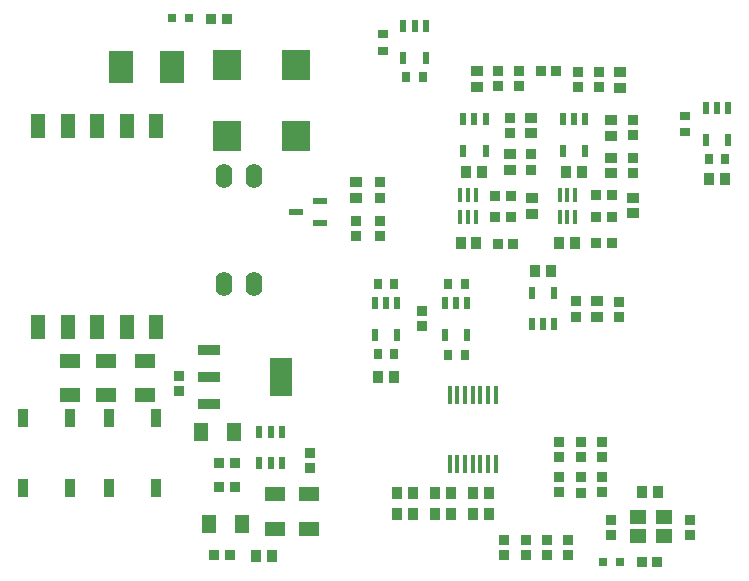
<source format=gtp>
G04*
G04 #@! TF.GenerationSoftware,Altium Limited,Altium Designer,20.1.8 (145)*
G04*
G04 Layer_Color=8421504*
%FSLAX44Y44*%
%MOMM*%
G71*
G04*
G04 #@! TF.SameCoordinates,D5C0B3DD-F8AF-49D1-A0DA-DDDA0C0BEC7C*
G04*
G04*
G04 #@! TF.FilePolarity,Positive*
G04*
G01*
G75*
%ADD20R,0.9500X0.8500*%
%ADD21R,0.8500X0.9500*%
%ADD22R,0.9000X1.0000*%
%ADD23R,0.8000X0.9000*%
%ADD24R,1.0000X0.9000*%
%ADD25R,0.6000X1.0000*%
%ADD26R,0.9000X0.8000*%
%ADD27R,0.5500X1.0000*%
%ADD28R,1.2700X2.0300*%
%ADD29R,0.4000X1.2000*%
%ADD30R,2.4500X2.5500*%
%ADD31R,1.4000X1.2000*%
%ADD32R,0.4000X1.5000*%
%ADD33R,1.9000X3.2500*%
%ADD34R,1.9000X0.9500*%
%ADD35R,1.2000X1.6500*%
%ADD36R,0.5500X1.0500*%
%ADD37R,0.8000X0.8000*%
%ADD38R,1.8000X1.3000*%
%ADD39R,2.0500X2.7000*%
%ADD40R,1.3096X0.5680*%
%ADD41O,1.4000X2.1000*%
%ADD42R,0.9000X1.5000*%
D20*
X915352Y565892D02*
D03*
Y578892D02*
D03*
X1299782Y763265D02*
D03*
Y750265D02*
D03*
X1271390Y823026D02*
D03*
Y836026D02*
D03*
X1253347Y836026D02*
D03*
Y823026D02*
D03*
X1299945Y782308D02*
D03*
Y795308D02*
D03*
X1251783Y641870D02*
D03*
Y628870D02*
D03*
X1214041Y753089D02*
D03*
Y766089D02*
D03*
X1203755Y836896D02*
D03*
Y823896D02*
D03*
X1185712Y823896D02*
D03*
Y836896D02*
D03*
X1195549Y797132D02*
D03*
Y784132D02*
D03*
X1086000Y729454D02*
D03*
Y742454D02*
D03*
X1274204Y510034D02*
D03*
Y523034D02*
D03*
X1348371Y443670D02*
D03*
Y456670D02*
D03*
X1274043Y479991D02*
D03*
Y492991D02*
D03*
X1256161Y510034D02*
D03*
Y523034D02*
D03*
X1256001Y492781D02*
D03*
Y479781D02*
D03*
X1237578Y492991D02*
D03*
Y479991D02*
D03*
Y510034D02*
D03*
Y523034D02*
D03*
X1121505Y620572D02*
D03*
Y633572D02*
D03*
X1086067Y696930D02*
D03*
Y709930D02*
D03*
X1065485D02*
D03*
Y696930D02*
D03*
X1191055Y426753D02*
D03*
Y439753D02*
D03*
X1026160Y500750D02*
D03*
Y513750D02*
D03*
X1227140Y439753D02*
D03*
Y426753D02*
D03*
X1209098Y439753D02*
D03*
Y426753D02*
D03*
X1281786Y443518D02*
D03*
Y456518D02*
D03*
X1287868Y628557D02*
D03*
Y641557D02*
D03*
X1245183Y439885D02*
D03*
Y426885D02*
D03*
D21*
X1185322Y690464D02*
D03*
X1198323D02*
D03*
X1268965Y690880D02*
D03*
X1281965D02*
D03*
X1268965Y713508D02*
D03*
X1281965D02*
D03*
X1234798Y837146D02*
D03*
X1221797D02*
D03*
X1183615Y730999D02*
D03*
X1196615D02*
D03*
X1183615Y712957D02*
D03*
X1196615D02*
D03*
X1268965Y731723D02*
D03*
X1281965D02*
D03*
X949810Y504910D02*
D03*
X962810D02*
D03*
X1307569Y421461D02*
D03*
X1320569D02*
D03*
X962810Y484328D02*
D03*
X949810D02*
D03*
X945577Y426740D02*
D03*
X958577D02*
D03*
X942948Y880820D02*
D03*
X955948D02*
D03*
D22*
X1251172Y690880D02*
D03*
X1237672D02*
D03*
X1167530D02*
D03*
X1154030D02*
D03*
X1230490Y667361D02*
D03*
X1216990D02*
D03*
X1159006Y750915D02*
D03*
X1172506D02*
D03*
X1256672D02*
D03*
X1243172D02*
D03*
X1320819Y480047D02*
D03*
X1307319D02*
D03*
X1364244Y745705D02*
D03*
X1377744D02*
D03*
X1132671Y461396D02*
D03*
X1146171D02*
D03*
X1100629Y479438D02*
D03*
X1114129D02*
D03*
X1097680Y577850D02*
D03*
X1084180D02*
D03*
X1178214Y461396D02*
D03*
X1164714D02*
D03*
X1114129D02*
D03*
X1100629D02*
D03*
X1164714Y479438D02*
D03*
X1178214D02*
D03*
X1132671D02*
D03*
X1146171D02*
D03*
X994531Y426563D02*
D03*
X981031D02*
D03*
D23*
X1122060Y831848D02*
D03*
X1108060D02*
D03*
X1378235Y761998D02*
D03*
X1364235D02*
D03*
X1097963Y597280D02*
D03*
X1083963D02*
D03*
X1143769Y596538D02*
D03*
X1157769D02*
D03*
X1143387Y656360D02*
D03*
X1157387D02*
D03*
X1083963Y656864D02*
D03*
X1097963D02*
D03*
D24*
X1281672Y763515D02*
D03*
Y750015D02*
D03*
Y782058D02*
D03*
Y795558D02*
D03*
X1289436Y836276D02*
D03*
Y822776D02*
D03*
X1214157Y729123D02*
D03*
Y715623D02*
D03*
X1195549Y752839D02*
D03*
Y766339D02*
D03*
X1065485Y729493D02*
D03*
Y742993D02*
D03*
X1213591Y783882D02*
D03*
Y797382D02*
D03*
X1299782Y716174D02*
D03*
Y729674D02*
D03*
X1167670Y823646D02*
D03*
Y837146D02*
D03*
X1269825Y628307D02*
D03*
Y641807D02*
D03*
D25*
X1259422Y795958D02*
D03*
X1249922D02*
D03*
X1240422D02*
D03*
Y768958D02*
D03*
X1259422D02*
D03*
X1214240Y622190D02*
D03*
X1223740D02*
D03*
X1233240D02*
D03*
Y649190D02*
D03*
X1214240D02*
D03*
X1175256Y768958D02*
D03*
X1156256D02*
D03*
Y795958D02*
D03*
X1165756D02*
D03*
X1175256D02*
D03*
D26*
X1088268Y867991D02*
D03*
Y853991D02*
D03*
X1344267Y784790D02*
D03*
Y798790D02*
D03*
D27*
X1124560Y875140D02*
D03*
X1115060D02*
D03*
X1105560D02*
D03*
Y848140D02*
D03*
X1124560D02*
D03*
X1380560Y778290D02*
D03*
X1361560D02*
D03*
Y805290D02*
D03*
X1371060D02*
D03*
X1380560D02*
D03*
X1159887Y613068D02*
D03*
X1140887D02*
D03*
Y640068D02*
D03*
X1150387D02*
D03*
X1159887D02*
D03*
X1100463Y640572D02*
D03*
X1090963D02*
D03*
X1081463D02*
D03*
Y613572D02*
D03*
X1100463D02*
D03*
D28*
X796276Y620084D02*
D03*
X896276Y790284D02*
D03*
X871276D02*
D03*
X846276D02*
D03*
X821276D02*
D03*
X796276D02*
D03*
X821276Y620084D02*
D03*
X846276D02*
D03*
X871276D02*
D03*
X896276D02*
D03*
D29*
X1166822Y731873D02*
D03*
X1160322D02*
D03*
X1153822D02*
D03*
Y712873D02*
D03*
X1160322D02*
D03*
X1166822D02*
D03*
X1250922D02*
D03*
X1244422D02*
D03*
X1237922D02*
D03*
Y731873D02*
D03*
X1244422D02*
D03*
X1250922D02*
D03*
D30*
X1014365Y842142D02*
D03*
Y781643D02*
D03*
X955885Y842142D02*
D03*
Y781643D02*
D03*
D31*
X1326079Y442754D02*
D03*
X1304079D02*
D03*
X1326079Y458754D02*
D03*
X1304079D02*
D03*
D32*
X1183772Y562081D02*
D03*
Y504081D02*
D03*
X1177272D02*
D03*
X1170772D02*
D03*
X1177272Y562081D02*
D03*
X1170772D02*
D03*
X1164272D02*
D03*
X1157772D02*
D03*
X1151272D02*
D03*
X1144772D02*
D03*
Y504081D02*
D03*
X1151272D02*
D03*
X1157772D02*
D03*
X1164272D02*
D03*
D33*
X1002050Y577850D02*
D03*
D34*
X941050Y554850D02*
D03*
Y577850D02*
D03*
Y600850D02*
D03*
D35*
X934334Y530860D02*
D03*
X962334D02*
D03*
X969040Y453293D02*
D03*
X941040D02*
D03*
D36*
X1002640Y505160D02*
D03*
X993140D02*
D03*
X983640D02*
D03*
Y531160D02*
D03*
X993140D02*
D03*
X1002640D02*
D03*
D37*
X924440Y881380D02*
D03*
X909440D02*
D03*
X1274286Y421461D02*
D03*
X1289286D02*
D03*
D38*
X822960Y562080D02*
D03*
Y591080D02*
D03*
X886460D02*
D03*
Y562080D02*
D03*
X1025717Y449417D02*
D03*
Y478417D02*
D03*
X996635Y449417D02*
D03*
Y478417D02*
D03*
X853440Y591080D02*
D03*
Y562080D02*
D03*
D39*
X909498Y840143D02*
D03*
X866498D02*
D03*
D40*
X1035050Y708050D02*
D03*
Y727050D02*
D03*
X1014730Y717550D02*
D03*
D41*
X953770Y656810D02*
D03*
X979170D02*
D03*
X953770Y747810D02*
D03*
X979170D02*
D03*
D42*
X896300Y483580D02*
D03*
X856300D02*
D03*
Y542580D02*
D03*
X896300D02*
D03*
X823710D02*
D03*
X783710D02*
D03*
Y483580D02*
D03*
X823710D02*
D03*
M02*

</source>
